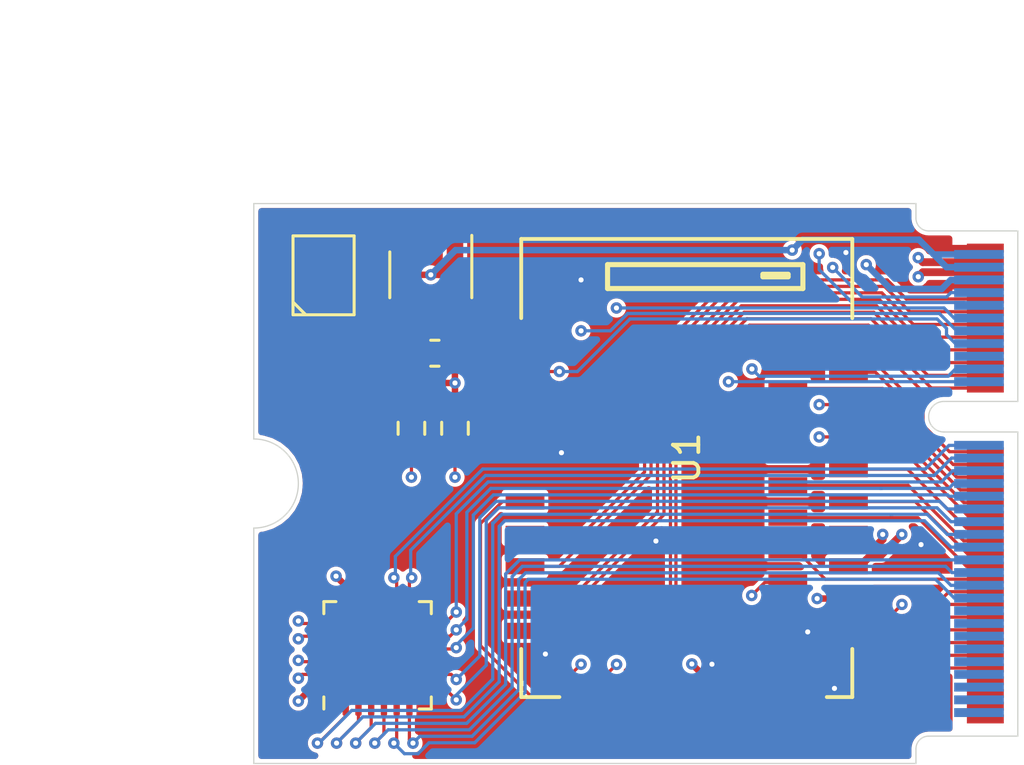
<source format=kicad_pcb>
(kicad_pcb (version 20171130) (host pcbnew 5.1.8-1)
  (layers (0 F.Cu signal) (1 In1.Cu signal) (2 In2.Cu signal) (31 B.Cu signal) (34 B.Paste user hide) (35 F.Paste user hide) (36 B.SilkS user hide) (37 F.SilkS user) (38 B.Mask user) (39 F.Mask user) (44 Edge.Cuts user))
  (net 0 "")
  (net 1 +3V3)
  (net 2 GND)
  (net 3 USB_VBUS)
  (net 4 /UART_TX)
  (net 5 /UART_RX)
  (net 6 "Net-(U2-Pad4)")
  (net 7 /A2)
  (net 8 /A3)
  (net 9 /A1)
  (net 10 /A4)
  (net 11 /A0)
  (net 12 /A5)
  (net 13 /A7)
  (net 14 /A6)
  (net 15 "Net-(J1-Pad75)")
  (net 16 "Net-(J1-Pad74)")
  (net 17 "Net-(J1-Pad73)")
  (net 18 "Net-(J1-Pad72)")
  (net 19 "Net-(J1-Pad71)")
  (net 20 "Net-(J1-Pad70)")
  (net 21 "Net-(J1-Pad69)")
  (net 22 "Net-(J1-Pad68)")
  (net 23 "Net-(J1-Pad66)")
  (net 24 "Net-(J1-Pad64)")
  (net 25 "Net-(J1-Pad62)")
  (net 26 "Net-(J1-Pad60)")
  (net 27 "Net-(J1-Pad58)")
  (net 28 /I2C0_SDA)
  (net 29 /I2C0_SCL)
  (net 30 /SWDCLK)
  (net 31 /SWDIO)
  (net 32 /USB_D+)
  (net 33 /USB_D-)
  (net 34 "Net-(U3-Pad21)")
  (net 35 /AUX12)
  (net 36 /AUX11)
  (net 37 /AUX10)
  (net 38 /AUX9)
  (net 39 /AUX8)
  (net 40 /AUX7)
  (net 41 /AUX6)
  (net 42 /AUX5)
  (net 43 /AUX4)
  (net 44 /AUX3)
  (net 45 /AUX2)
  (net 46 /AUX1)
  (net 47 /AUX0)
  (net 48 /D15)
  (net 49 /D14)
  (net 50 /D13)
  (net 51 /D12)
  (net 52 /D11)
  (net 53 /D10)
  (net 54 /D9)
  (net 55 /D8)
  (net 56 /D7)
  (net 57 /D6)
  (net 58 /D5)
  (net 59 /D4)
  (net 60 /D3)
  (net 61 /D2)
  (net 62 /D1)
  (net 63 /D0)
  (net 64 /LED_G_K)
  (net 65 /LED_B_K)
  (net 66 /LED_R_K)
  (net 67 "Net-(J1-Pad18)")
  (net 68 /D16)
  (net 69 /D17)
  (net 70 "/VDDH(NC)")
  (net 71 "/DCCH(NC)")
  (net 72 /~I2C0_RST)
  (net 73 /~GPIO_INT)
  (module E73-2G4M08S1C:E73-2G4M08S1C (layer F.Cu) (at 147 99.5)
    (fp_text reference U1 (at 0 -0.5 90) (layer F.SilkS))
    (fp_text value E73-2G4M08S1C)
    (pad 26 smd rect (at 6.35 6.29) (size 1.524 0.635) (layers F.Cu F.Paste F.Mask) (net 4 /UART_TX))
    (pad 27 smd rect (at 6.35 5.02) (size 1.524 0.635) (layers F.Cu F.Paste F.Mask) (net 3 USB_VBUS))
    (pad 29 smd rect (at 6.35 3.75) (size 1.524 0.635) (layers F.Cu F.Paste F.Mask) (net 33 /USB_D-))
    (pad 31 smd rect (at 6.35 2.48) (size 1.524 0.635) (layers F.Cu F.Paste F.Mask) (net 32 /USB_D+))
    (pad 33 smd rect (at 6.35 1.21) (size 1.524 0.635) (layers F.Cu F.Paste F.Mask) (net 55 /D8))
    (pad 35 smd rect (at 6.35 -0.06) (size 1.524 0.635) (layers F.Cu F.Paste F.Mask) (net 57 /D6))
    (pad 37 smd rect (at 6.35 -1.33) (size 1.524 0.635) (layers F.Cu F.Paste F.Mask) (net 31 /SWDIO))
    (pad 39 smd rect (at 6.35 -2.6) (size 1.524 0.635) (layers F.Cu F.Paste F.Mask) (net 30 /SWDCLK))
    (pad 43 smd rect (at 6.35 -5.14) (size 1.524 0.635) (layers F.Cu F.Paste F.Mask) (net 63 /D0))
    (pad 41 smd rect (at 6.35 -3.87) (size 1.524 0.635) (layers F.Cu F.Paste F.Mask) (net 61 /D2))
    (pad 10 smd rect (at -6.35 6.29) (size 1.524 0.635) (layers F.Cu F.Paste F.Mask) (net 12 /A5))
    (pad 9 smd rect (at -6.35 5.02) (size 1.524 0.635) (layers F.Cu F.Paste F.Mask) (net 10 /A4))
    (pad 6 smd rect (at -6.35 1.21) (size 1.524 0.635) (layers F.Cu F.Paste F.Mask) (net 69 /D17))
    (pad 8 smd rect (at -6.35 3.75) (size 1.524 0.635) (layers F.Cu F.Paste F.Mask) (net 8 /A3))
    (pad 7 smd rect (at -6.35 2.48) (size 1.524 0.635) (layers F.Cu F.Paste F.Mask) (net 7 /A2))
    (pad 5 smd rect (at -6.35 -0.06) (size 1.524 0.635) (layers F.Cu F.Paste F.Mask) (net 2 GND))
    (pad 4 smd rect (at -6.35 -1.33) (size 1.524 0.635) (layers F.Cu F.Paste F.Mask) (net 9 /A1))
    (pad 3 smd rect (at -6.35 -2.6) (size 1.524 0.635) (layers F.Cu F.Paste F.Mask) (net 11 /A0))
    (pad 1 smd rect (at -6.35 -5.14) (size 1.524 0.635) (layers F.Cu F.Paste F.Mask) (net 73 /~GPIO_INT))
    (pad 2 smd rect (at -6.35 -3.87) (size 1.524 0.635) (layers F.Cu F.Paste F.Mask) (net 72 /~I2C0_RST))
    (pad 11 smd rect (at -4.44 8.75 90) (size 1.524 0.635) (layers F.Cu F.Paste F.Mask) (net 28 /I2C0_SDA))
    (pad 13 smd rect (at -3.17 8.75 90) (size 1.524 0.635) (layers F.Cu F.Paste F.Mask) (net 29 /I2C0_SCL))
    (pad 15 smd rect (at -1.9 8.75 90) (size 1.524 0.635) (layers F.Cu F.Paste F.Mask) (net 14 /A6))
    (pad 17 smd rect (at -0.63 8.75 90) (size 1.524 0.635) (layers F.Cu F.Paste F.Mask) (net 50 /D13))
    (pad 19 smd rect (at 0.64 8.75 90) (size 1.524 0.635) (layers F.Cu F.Paste F.Mask) (net 1 +3V3))
    (pad 21 smd rect (at 1.91 8.75 90) (size 1.524 0.635) (layers F.Cu F.Paste F.Mask) (net 2 GND))
    (pad 23 smd rect (at 3.18 8.75 90) (size 1.524 0.635) (layers F.Cu F.Paste F.Mask) (net 70 "/VDDH(NC)"))
    (pad 25 smd rect (at 4.45 8.75 90) (size 1.524 0.635) (layers F.Cu F.Paste F.Mask) (net 71 "/DCCH(NC)"))
    (pad 12 smd rect (at -3.81 6.33 90) (size 1.524 0.635) (layers F.Cu F.Paste F.Mask) (net 68 /D16))
    (pad 14 smd rect (at -2.54 6.33 90) (size 1.524 0.635) (layers F.Cu F.Paste F.Mask) (net 48 /D15))
    (pad 16 smd rect (at -1.27 6.33 90) (size 1.524 0.635) (layers F.Cu F.Paste F.Mask) (net 49 /D14))
    (pad 18 smd rect (at 0 6.33 90) (size 1.524 0.635) (layers F.Cu F.Paste F.Mask) (net 13 /A7))
    (pad 20 smd rect (at 1.27 6.33 90) (size 1.524 0.635) (layers F.Cu F.Paste F.Mask) (net 51 /D12))
    (pad 22 smd rect (at 2.54 6.33 90) (size 1.524 0.635) (layers F.Cu F.Paste F.Mask) (net 52 /D11))
    (pad 24 smd rect (at 3.81 6.33 90) (size 1.524 0.635) (layers F.Cu F.Paste F.Mask) (net 2 GND))
    (pad 28 smd rect (at 3.969 4.385 180) (size 1.524 0.635) (layers F.Cu F.Paste F.Mask) (net 5 /UART_RX))
    (pad 30 smd rect (at 3.969 3.115 180) (size 1.524 0.635) (layers F.Cu F.Paste F.Mask) (net 53 /D10))
    (pad 32 smd rect (at 3.969 1.845 180) (size 1.524 0.635) (layers F.Cu F.Paste F.Mask) (net 54 /D9))
    (pad 34 smd rect (at 3.969 0.575 180) (size 1.524 0.635) (layers F.Cu F.Paste F.Mask) (net 56 /D7))
    (pad 36 smd rect (at 3.969 -0.695 180) (size 1.524 0.635) (layers F.Cu F.Paste F.Mask) (net 58 /D5))
    (pad 38 smd rect (at 3.969 -1.965 180) (size 1.524 0.635) (layers F.Cu F.Paste F.Mask) (net 59 /D4))
    (pad 40 smd rect (at 3.969 -3.235 180) (size 1.524 0.635) (layers F.Cu F.Paste F.Mask) (net 60 /D3))
    (pad 42 smd rect (at 3.969 -4.505 180) (size 1.524 0.635) (layers F.Cu F.Paste F.Mask) (net 62 /D1))
  )
  (module kicad-ngff:NGFF_E (layer F.Cu) (at 160 100 90)
    (fp_text reference J1 hide)
    (fp_text value PassingLink_NGFF-E)
    (fp_line (start -11 -4) (end -10.425 -4) (layer Edge.Cuts) (width 0.05))
    (fp_line (start -9.925 -3.5) (end -9.925 0) (layer Edge.Cuts) (width 0.05))
    (fp_line (start -9.925 0) (end 0 0) (layer Edge.Cuts) (width 0.05))
    (fp_line (start 0 0) (end 2.025 0) (layer Edge.Cuts) (width 0.05))
    (fp_line (start 2.025 0) (end 2.025 -2.9) (layer Edge.Cuts) (width 0.05))
    (fp_line (start 3.225 -2.9) (end 3.225 0) (layer Edge.Cuts) (width 0.05))
    (fp_line (start 3.225 0) (end 9.925 0) (layer Edge.Cuts) (width 0.05))
    (fp_line (start 9.925 0) (end 9.925 -3.5) (layer Edge.Cuts) (width 0.05))
    (fp_line (start 10.425 -4) (end 11 -4) (layer Edge.Cuts) (width 0.05))
    (fp_arc (start 10.425 -3.5) (end 9.925 -3.5) (angle 90) (layer Edge.Cuts) (width 0.05))
    (fp_arc (start 2.625 -2.9) (end 2.025 -2.9) (angle 180) (layer Edge.Cuts) (width 0.05))
    (fp_arc (start -10.425 -3.5) (end -10.425 -4) (angle 90) (layer Edge.Cuts) (width 0.05))
    (pad 75 smd rect (at -9.25 -1.275 90) (size 0.35 1.45) (layers F.Cu) (net 15 "Net-(J1-Pad75)"))
    (pad 74 smd rect (at -9 -1.525 90) (size 0.35 1.95) (layers B.Cu) (net 16 "Net-(J1-Pad74)"))
    (pad 73 smd rect (at -8.75 -1.275 90) (size 0.35 1.45) (layers F.Cu) (net 17 "Net-(J1-Pad73)"))
    (pad 72 smd rect (at -8.5 -1.525 90) (size 0.35 1.95) (layers B.Cu) (net 18 "Net-(J1-Pad72)"))
    (pad 71 smd rect (at -8.25 -1.275 90) (size 0.35 1.45) (layers F.Cu) (net 19 "Net-(J1-Pad71)"))
    (pad 70 smd rect (at -8 -1.525 90) (size 0.35 1.95) (layers B.Cu) (net 20 "Net-(J1-Pad70)"))
    (pad 69 smd rect (at -7.75 -1.275 90) (size 0.35 1.45) (layers F.Cu) (net 21 "Net-(J1-Pad69)"))
    (pad 68 smd rect (at -7.5 -1.525 90) (size 0.35 1.95) (layers B.Cu) (net 22 "Net-(J1-Pad68)"))
    (pad 67 smd rect (at -7.25 -1.275 90) (size 0.35 1.45) (layers F.Cu) (net 69 /D17))
    (pad 66 smd rect (at -7 -1.525 90) (size 0.35 1.95) (layers B.Cu) (net 23 "Net-(J1-Pad66)"))
    (pad 65 smd rect (at -6.75 -1.275 90) (size 0.35 1.45) (layers F.Cu) (net 68 /D16))
    (pad 64 smd rect (at -6.5 -1.525 90) (size 0.35 1.95) (layers B.Cu) (net 24 "Net-(J1-Pad64)"))
    (pad 63 smd rect (at -6.25 -1.275 90) (size 0.35 1.45) (layers F.Cu) (net 48 /D15))
    (pad 62 smd rect (at -6 -1.525 90) (size 0.35 1.95) (layers B.Cu) (net 25 "Net-(J1-Pad62)"))
    (pad 61 smd rect (at -5.75 -1.275 90) (size 0.35 1.45) (layers F.Cu) (net 49 /D14))
    (pad 60 smd rect (at -5.5 -1.525 90) (size 0.35 1.95) (layers B.Cu) (net 26 "Net-(J1-Pad60)"))
    (pad 59 smd rect (at -5.25 -1.275 90) (size 0.35 1.45) (layers F.Cu) (net 50 /D13))
    (pad 58 smd rect (at -5 -1.525 90) (size 0.35 1.95) (layers B.Cu) (net 27 "Net-(J1-Pad58)"))
    (pad 57 smd rect (at -4.75 -1.275 90) (size 0.35 1.45) (layers F.Cu) (net 51 /D12))
    (pad 56 smd rect (at -4.5 -1.525 90) (size 0.35 1.95) (layers B.Cu) (net 47 /AUX0))
    (pad 55 smd rect (at -4.25 -1.275 90) (size 0.35 1.45) (layers F.Cu) (net 52 /D11))
    (pad 54 smd rect (at -4 -1.525 90) (size 0.35 1.95) (layers B.Cu) (net 46 /AUX1))
    (pad 53 smd rect (at -3.75 -1.275 90) (size 0.35 1.45) (layers F.Cu) (net 53 /D10))
    (pad 52 smd rect (at -3.5 -1.525 90) (size 0.35 1.95) (layers B.Cu) (net 36 /AUX11))
    (pad 51 smd rect (at -3.25 -1.275 90) (size 0.35 1.45) (layers F.Cu) (net 54 /D9))
    (pad 50 smd rect (at -3 -1.525 90) (size 0.35 1.95) (layers B.Cu) (net 37 /AUX10))
    (pad 49 smd rect (at -2.75 -1.275 90) (size 0.35 1.45) (layers F.Cu) (net 55 /D8))
    (pad 48 smd rect (at -2.5 -1.525 90) (size 0.35 1.95) (layers B.Cu) (net 38 /AUX9))
    (pad 47 smd rect (at -2.25 -1.275 90) (size 0.35 1.45) (layers F.Cu) (net 56 /D7))
    (pad 46 smd rect (at -2 -1.525 90) (size 0.35 1.95) (layers B.Cu) (net 39 /AUX8))
    (pad 45 smd rect (at -1.75 -1.275 90) (size 0.35 1.45) (layers F.Cu) (net 57 /D6))
    (pad 44 smd rect (at -1.5 -1.525 90) (size 0.35 1.95) (layers B.Cu) (net 45 /AUX2))
    (pad 43 smd rect (at -1.25 -1.275 90) (size 0.35 1.45) (layers F.Cu) (net 58 /D5))
    (pad 42 smd rect (at -1 -1.525 90) (size 0.35 1.95) (layers B.Cu) (net 44 /AUX3))
    (pad 41 smd rect (at -0.75 -1.275 90) (size 0.35 1.45) (layers F.Cu) (net 59 /D4))
    (pad 40 smd rect (at -0.5 -1.525 90) (size 0.35 1.95) (layers B.Cu) (net 43 /AUX4))
    (pad 39 smd rect (at -0.25 -1.275 90) (size 0.35 1.45) (layers F.Cu) (net 60 /D3))
    (pad 38 smd rect (at 0 -1.525 90) (size 0.35 1.95) (layers B.Cu) (net 42 /AUX5))
    (pad 37 smd rect (at 0.25 -1.275 90) (size 0.35 1.45) (layers F.Cu) (net 61 /D2))
    (pad 36 smd rect (at 0.5 -1.525 90) (size 0.35 1.95) (layers B.Cu) (net 41 /AUX6))
    (pad 35 smd rect (at 0.75 -1.275 90) (size 0.35 1.45) (layers F.Cu) (net 62 /D1))
    (pad 34 smd rect (at 1 -1.525 90) (size 0.35 1.95) (layers B.Cu) (net 40 /AUX7))
    (pad 33 smd rect (at 1.25 -1.275 90) (size 0.35 1.45) (layers F.Cu) (net 63 /D0))
    (pad 32 smd rect (at 1.5 -1.525 90) (size 0.35 1.95) (layers B.Cu) (net 35 /AUX12))
    (pad 23 smd rect (at 3.75 -1.275 90) (size 0.35 1.45) (layers F.Cu) (net 13 /A7))
    (pad 22 smd rect (at 4 -1.525 90) (size 0.35 1.95) (layers B.Cu) (net 5 /UART_RX))
    (pad 21 smd rect (at 4.25 -1.275 90) (size 0.35 1.45) (layers F.Cu) (net 14 /A6))
    (pad 20 smd rect (at 4.5 -1.525 90) (size 0.35 1.95) (layers B.Cu) (net 4 /UART_TX))
    (pad 19 smd rect (at 4.75 -1.275 90) (size 0.35 1.45) (layers F.Cu) (net 12 /A5))
    (pad 18 smd rect (at 5 -1.525 90) (size 0.35 1.95) (layers B.Cu) (net 67 "Net-(J1-Pad18)"))
    (pad 17 smd rect (at 5.25 -1.275 90) (size 0.35 1.45) (layers F.Cu) (net 10 /A4))
    (pad 16 smd rect (at 5.5 -1.525 90) (size 0.35 1.95) (layers B.Cu) (net 72 /~I2C0_RST))
    (pad 15 smd rect (at 5.75 -1.275 90) (size 0.35 1.45) (layers F.Cu) (net 8 /A3))
    (pad 14 smd rect (at 6 -1.525 90) (size 0.35 1.95) (layers B.Cu) (net 28 /I2C0_SDA))
    (pad 13 smd rect (at 6.25 -1.275 90) (size 0.35 1.45) (layers F.Cu) (net 7 /A2))
    (pad 12 smd rect (at 6.5 -1.525 90) (size 0.35 1.95) (layers B.Cu) (net 29 /I2C0_SCL))
    (pad 11 smd rect (at 6.75 -1.275 90) (size 0.35 1.45) (layers F.Cu) (net 9 /A1))
    (pad 10 smd rect (at 7 -1.525 90) (size 0.35 1.95) (layers B.Cu) (net 30 /SWDCLK))
    (pad 9 smd rect (at 7.25 -1.275 90) (size 0.35 1.45) (layers F.Cu) (net 11 /A0))
    (pad 8 smd rect (at 7.5 -1.525 90) (size 0.35 1.95) (layers B.Cu) (net 31 /SWDIO))
    (pad 7 smd rect (at 7.75 -1.275 90) (size 0.35 1.45) (layers F.Cu) (net 2 GND))
    (pad 6 smd rect (at 8 -1.525 90) (size 0.35 1.95) (layers B.Cu) (net 1 +3V3))
    (pad 5 smd rect (at 8.25 -1.275 90) (size 0.35 1.45) (layers F.Cu) (net 33 /USB_D-))
    (pad 4 smd rect (at 8.5 -1.525 90) (size 0.35 1.95) (layers B.Cu) (net 3 USB_VBUS))
    (pad 3 smd rect (at 8.75 -1.275 90) (size 0.35 1.45) (layers F.Cu) (net 32 /USB_D+))
    (pad 2 smd rect (at 9 -1.525 90) (size 0.35 1.95) (layers B.Cu) (net 3 USB_VBUS))
    (pad 1 smd rect (at 9.25 -1.275 90) (size 0.35 1.45) (layers F.Cu) (net 2 GND))
  )
  (module Package_DFN_QFN:QFN-24-1EP_4x4mm_P0.5mm_EP2.7x2.7mm (layer F.Cu) (at 134.86 106.75 90)
    (fp_text reference U3 hide)
    (fp_text value AW9523BTQR)
    (pad 25 smd rect (at 0 0 90) (size 2.7 2.7) (layers F.Cu F.Mask))
    (pad 24 smd roundrect (at -1.25 -1.9625 90) (size 0.25 0.825) (layers F.Cu F.Paste F.Mask) (net 1 +3V3))
    (pad 23 smd roundrect (at -0.75 -1.9625 90) (size 0.25 0.825) (layers F.Cu F.Paste F.Mask) (net 72 /~I2C0_RST))
    (pad 22 smd roundrect (at -0.25 -1.9625 90) (size 0.25 0.825) (layers F.Cu F.Paste F.Mask) (net 73 /~GPIO_INT))
    (pad 21 smd roundrect (at 0.25 -1.9625 90) (size 0.25 0.825) (layers F.Cu F.Paste F.Mask) (net 34 "Net-(U3-Pad21)"))
    (pad 20 smd roundrect (at 0.75 -1.9625 90) (size 0.25 0.825) (layers F.Cu F.Paste F.Mask) (net 28 /I2C0_SDA))
    (pad 19 smd roundrect (at 1.25 -1.9625 90) (size 0.25 0.825) (layers F.Cu F.Paste F.Mask) (net 29 /I2C0_SCL))
    (pad 18 smd roundrect (at 1.9625 -1.25 90) (size 0.825 0.25) (layers F.Cu F.Paste F.Mask) (net 1 +3V3))
    (pad 17 smd roundrect (at 1.9625 -0.75 90) (size 0.825 0.25) (layers F.Cu F.Paste F.Mask) (net 65 /LED_B_K))
    (pad 16 smd roundrect (at 1.9625 -0.25 90) (size 0.825 0.25) (layers F.Cu F.Paste F.Mask) (net 64 /LED_G_K))
    (pad 15 smd roundrect (at 1.9625 0.25 90) (size 0.825 0.25) (layers F.Cu F.Paste F.Mask) (net 66 /LED_R_K))
    (pad 14 smd roundrect (at 1.9625 0.75 90) (size 0.825 0.25) (layers F.Cu F.Paste F.Mask) (net 35 /AUX12))
    (pad 13 smd roundrect (at 1.9625 1.25 90) (size 0.825 0.25) (layers F.Cu F.Paste F.Mask) (net 40 /AUX7))
    (pad 12 smd roundrect (at 1.25 1.9625 90) (size 0.25 0.825) (layers F.Cu F.Paste F.Mask) (net 41 /AUX6))
    (pad 11 smd roundrect (at 0.75 1.9625 90) (size 0.25 0.825) (layers F.Cu F.Paste F.Mask) (net 42 /AUX5))
    (pad 10 smd roundrect (at 0.25 1.9625 90) (size 0.25 0.825) (layers F.Cu F.Paste F.Mask) (net 43 /AUX4))
    (pad 9 smd roundrect (at -0.25 1.9625 90) (size 0.25 0.825) (layers F.Cu F.Paste F.Mask) (net 2 GND))
    (pad 8 smd roundrect (at -0.75 1.9625 90) (size 0.25 0.825) (layers F.Cu F.Paste F.Mask) (net 44 /AUX3))
    (pad 7 smd roundrect (at -1.25 1.9625 90) (size 0.25 0.825) (layers F.Cu F.Paste F.Mask) (net 45 /AUX2))
    (pad 6 smd roundrect (at -1.9625 1.25 90) (size 0.825 0.25) (layers F.Cu F.Paste F.Mask) (net 46 /AUX1))
    (pad 5 smd roundrect (at -1.9625 0.75 90) (size 0.825 0.25) (layers F.Cu F.Paste F.Mask) (net 47 /AUX0))
    (pad 4 smd roundrect (at -1.9625 0.25 90) (size 0.825 0.25) (layers F.Cu F.Paste F.Mask) (net 36 /AUX11))
    (pad 3 smd roundrect (at -1.9625 -0.25 90) (size 0.825 0.25) (layers F.Cu F.Paste F.Mask) (net 37 /AUX10))
    (pad 2 smd roundrect (at -1.9625 -0.75 90) (size 0.825 0.25) (layers F.Cu F.Paste F.Mask) (net 38 /AUX9))
    (pad 1 smd roundrect (at -1.9625 -1.25 90) (size 0.825 0.25) (layers F.Cu F.Paste F.Mask) (net 39 /AUX8))
  )
  (module Resistor_SMD:R_0603_1608Metric (layer F.Cu) (at 137.9 97.83 270)
    (fp_text reference R2 hide)
    (fp_text value 10K)
    (pad 2 smd roundrect (at 0.825 0 270) (size 0.8 0.95) (layers F.Cu F.Paste F.Mask) (net 72 /~I2C0_RST))
    (pad 1 smd roundrect (at -0.825 0 270) (size 0.8 0.95) (layers F.Cu F.Paste F.Mask) (net 1 +3V3))
  )
  (module Resistor_SMD:R_0603_1608Metric (layer F.Cu) (at 136.19 97.83 270)
    (fp_text reference R1 hide)
    (fp_text value 10K)
    (pad 2 smd roundrect (at 0.825 0 270) (size 0.8 0.95) (layers F.Cu F.Paste F.Mask) (net 73 /~GPIO_INT))
    (pad 1 smd roundrect (at -0.825 0 270) (size 0.8 0.95) (layers F.Cu F.Paste F.Mask) (net 1 +3V3))
  )
  (module fm-b2020rgba-hg:FM-B2020RGBA-HG (layer F.Cu) (at 132.74 91.82 270)
    (fp_text reference D1 hide)
    (fp_text value FM-B2020RGBA-HG)
    (pad 4 smd rect (at 0.85 -0.55 270) (size 0.8 0.7) (layers F.Cu F.Paste F.Mask) (net 64 /LED_G_K))
    (pad 3 smd rect (at -0.85 -0.55 270) (size 0.8 0.7) (layers F.Cu F.Paste F.Mask) (net 1 +3V3))
    (pad 2 smd rect (at -0.85 0.55 270) (size 0.8 0.7) (layers F.Cu F.Paste F.Mask) (net 65 /LED_B_K))
    (pad 1 smd rect (at 0.85 0.55 270) (size 0.8 0.7) (layers F.Cu F.Paste F.Mask) (net 66 /LED_R_K))
  )
  (module Package_TO_SOT_SMD:SOT-23-5 (layer F.Cu) (at 136.95 91.8 270)
    (fp_text reference U2 hide)
    (fp_text value MIC5219-3.3YM5)
    (pad 5 smd rect (at 1.1 -0.95 270) (size 1.06 0.65) (layers F.Cu F.Paste F.Mask) (net 1 +3V3))
    (pad 4 smd rect (at 1.1 0.95 270) (size 1.06 0.65) (layers F.Cu F.Paste F.Mask) (net 6 "Net-(U2-Pad4)"))
    (pad 3 smd rect (at -1.1 0.95 270) (size 1.06 0.65) (layers F.Cu F.Paste F.Mask) (net 3 USB_VBUS))
    (pad 2 smd rect (at -1.1 0 270) (size 1.06 0.65) (layers F.Cu F.Paste F.Mask) (net 2 GND))
    (pad 1 smd rect (at -1.1 -0.95 270) (size 1.06 0.65) (layers F.Cu F.Paste F.Mask) (net 3 USB_VBUS))
  )
  (module Capacitor_SMD:C_0603_1608Metric (layer F.Cu) (at 137.11 94.88 180)
    (fp_text reference C1 hide)
    (fp_text value 1uF)
    (pad 2 smd roundrect (at 0.7875 0 180) (size 0.875 0.95) (layers F.Cu F.Paste F.Mask) (net 2 GND))
    (pad 1 smd roundrect (at -0.7875 0 180) (size 0.875 0.95) (layers F.Cu F.Paste F.Mask) (net 1 +3V3))
  )
  (gr_arc (start 130 100) (end 130 101.75) (angle -180) (layer Edge.Cuts) (width 0.05))
  (gr_line (start 130 101.75) (end 130 111) (layer Edge.Cuts) (width 0.05))
  (gr_line (start 130 89) (end 130 98.25) (layer Edge.Cuts) (width 0.05))
  (gr_line (start 130 111) (end 156 111) (layer Edge.Cuts) (width 0.05))
  (gr_line (start 156 89) (end 130 89) (layer Edge.Cuts) (width 0.05))
  (via (at 147.2 107.09) (size 0.45) (drill 0.2) (layers F.Cu B.Cu) (net 1))
  (segment (start 147.64 108.25) (end 147.64 107.53) (width 0.254) (layer F.Cu) (net 1))
  (segment (start 147.64 107.53) (end 147.2 107.09) (width 0.254) (layer F.Cu) (net 1))
  (segment (start 136.19 97.005) (end 137.9 97.005) (width 0.254) (layer F.Cu) (net 1))
  (segment (start 137.9 94.8775) (end 137.8975 94.88) (width 0.254) (layer F.Cu) (net 1))
  (segment (start 137.9 92.9) (end 137.9 94.8775) (width 0.254) (layer F.Cu) (net 1))
  (via (at 137.9 96.05) (size 0.45) (drill 0.2) (layers F.Cu B.Cu) (net 1))
  (segment (start 137.8975 94.88) (end 137.8975 96.0475) (width 0.254) (layer F.Cu) (net 1))
  (segment (start 137.8975 96.0475) (end 137.9 96.05) (width 0.254) (layer F.Cu) (net 1))
  (segment (start 137.9 96.05) (end 137.9 97.005) (width 0.254) (layer F.Cu) (net 1))
  (segment (start 137.9 96.05) (end 135.55 96.05) (width 0.254) (layer F.Cu) (net 1))
  (segment (start 135.55 96.05) (end 134.13 94.63) (width 0.254) (layer F.Cu) (net 1))
  (segment (start 134.13 91.81) (end 133.29 90.97) (width 0.254) (layer F.Cu) (net 1))
  (segment (start 134.13 94.63) (end 134.13 91.81) (width 0.254) (layer F.Cu) (net 1))
  (via (at 154.05 91.4) (size 0.45) (drill 0.2) (layers F.Cu B.Cu) (net 1))
  (segment (start 157.013797 92.354001) (end 157.367798 92) (width 0.254) (layer B.Cu) (net 1))
  (segment (start 155.004001 92.354001) (end 157.013797 92.354001) (width 0.254) (layer B.Cu) (net 1))
  (segment (start 157.367798 92) (end 158.475 92) (width 0.254) (layer B.Cu) (net 1))
  (segment (start 154.05 91.4) (end 155.004001 92.354001) (width 0.254) (layer B.Cu) (net 1))
  (via (at 133.23 103.64) (size 0.45) (drill 0.2) (layers F.Cu B.Cu) (net 1))
  (segment (start 133.61 104.7875) (end 133.61 104.02) (width 0.254) (layer F.Cu) (net 1))
  (segment (start 133.61 104.02) (end 133.23 103.64) (width 0.254) (layer F.Cu) (net 1))
  (via (at 131.75 108.55) (size 0.45) (drill 0.2) (layers F.Cu B.Cu) (net 1))
  (segment (start 132.8975 108) (end 132.3 108) (width 0.254) (layer F.Cu) (net 1))
  (segment (start 132.3 108) (end 131.75 108.55) (width 0.254) (layer F.Cu) (net 1))
  (via (at 142.08 98.79) (size 0.45) (drill 0.2) (layers F.Cu B.Cu) (net 2))
  (segment (start 148.91 108.25) (end 148.91 107.983298) (width 0.254) (layer F.Cu) (net 2))
  (via (at 147.99 107.1) (size 0.45) (drill 0.2) (layers F.Cu B.Cu) (net 2))
  (segment (start 148.91 108.25) (end 148.91 108.02) (width 0.254) (layer F.Cu) (net 2))
  (segment (start 148.91 108.02) (end 147.99 107.1) (width 0.254) (layer F.Cu) (net 2))
  (via (at 152.8 108.05) (size 0.45) (drill 0.2) (layers F.Cu B.Cu) (net 2))
  (via (at 156.2 102.4) (size 0.45) (drill 0.2) (layers F.Cu B.Cu) (net 2))
  (via (at 141.45 106.7) (size 0.45) (drill 0.2) (layers F.Cu B.Cu) (net 2))
  (segment (start 158.707499 90.732499) (end 158.725 90.75) (width 0.254) (layer F.Cu) (net 2))
  (segment (start 158.725 90.75) (end 157.29 90.75) (width 0.254) (layer F.Cu) (net 2))
  (segment (start 156.423922 92.25) (end 156.319921 92.354001) (width 0.254) (layer F.Cu) (net 2))
  (segment (start 158.725 92.25) (end 156.423922 92.25) (width 0.254) (layer F.Cu) (net 2))
  (segment (start 155.860079 92.354001) (end 155.36 91.853922) (width 0.254) (layer F.Cu) (net 2))
  (segment (start 156.319921 92.354001) (end 155.860079 92.354001) (width 0.254) (layer F.Cu) (net 2))
  (via (at 151.75 105.83) (size 0.45) (drill 0.2) (layers F.Cu B.Cu) (net 2))
  (segment (start 150.81 105.83) (end 151.75 105.83) (width 0.254) (layer F.Cu) (net 2))
  (via (at 142.85 92) (size 0.45) (drill 0.2) (layers F.Cu B.Cu) (net 2))
  (via (at 153.25 90.925) (size 0.45) (drill 0.2) (layers F.Cu B.Cu) (net 2))
  (via (at 145.79 102.26) (size 0.45) (drill 0.2) (layers F.Cu B.Cu) (net 2))
  (via (at 136.95 91.8) (size 0.45) (drill 0.2) (layers F.Cu B.Cu) (net 3))
  (segment (start 136.316 91.8) (end 136.95 91.8) (width 0.254) (layer F.Cu) (net 3))
  (segment (start 136 91.484) (end 136.316 91.8) (width 0.254) (layer F.Cu) (net 3))
  (segment (start 136 90.7) (end 136 91.484) (width 0.254) (layer F.Cu) (net 3))
  (segment (start 137.9 91.168198) (end 137.9 90.7) (width 0.254) (layer F.Cu) (net 3))
  (segment (start 137.268198 91.8) (end 137.9 91.168198) (width 0.254) (layer F.Cu) (net 3))
  (segment (start 136.95 91.8) (end 137.268198 91.8) (width 0.254) (layer F.Cu) (net 3))
  (segment (start 136.95 91.8) (end 136.95 91.87) (width 0.254) (layer B.Cu) (net 3))
  (via (at 152.12 104.52) (size 0.45) (drill 0.2) (layers F.Cu B.Cu) (net 3))
  (segment (start 153.35 104.52) (end 152.12 104.52) (width 0.254) (layer F.Cu) (net 3))
  (via (at 151.14 90.83) (size 0.45) (drill 0.2) (layers F.Cu B.Cu) (net 3))
  (segment (start 158.475 91) (end 156.7 91) (width 0.254) (layer B.Cu) (net 3))
  (segment (start 157.2 91.5) (end 156.7 91) (width 0.254) (layer B.Cu) (net 3))
  (segment (start 158.475 91.5) (end 157.2 91.5) (width 0.254) (layer B.Cu) (net 3))
  (segment (start 156.12 90.42) (end 156.7 91) (width 0.254) (layer B.Cu) (net 3))
  (segment (start 137.92 90.83) (end 151.14 90.83) (width 0.254) (layer B.Cu) (net 3))
  (segment (start 136.95 91.8) (end 137.92 90.83) (width 0.254) (layer B.Cu) (net 3))
  (segment (start 151.55 90.42) (end 156.12 90.42) (width 0.254) (layer B.Cu) (net 3))
  (segment (start 151.14 90.83) (end 151.55 90.42) (width 0.254) (layer B.Cu) (net 3))
  (via (at 149.56 95.5) (size 0.45) (drill 0.2) (layers F.Cu B.Cu) (net 4))
  (via (at 155.45 104.75) (size 0.45) (drill 0.2) (layers F.Cu B.Cu) (net 4))
  (segment (start 153.35 105.79) (end 154.41 105.79) (width 0.127) (layer F.Cu) (net 4))
  (segment (start 154.41 105.79) (end 155.45 104.75) (width 0.127) (layer F.Cu) (net 4))
  (segment (start 157.266588 95.78409) (end 149.84409 95.78409) (width 0.127) (layer B.Cu) (net 4))
  (segment (start 149.84409 95.78409) (end 149.56 95.5) (width 0.127) (layer B.Cu) (net 4))
  (segment (start 158.475 95.5) (end 157.550678 95.5) (width 0.127) (layer B.Cu) (net 4))
  (segment (start 157.550678 95.5) (end 157.266588 95.78409) (width 0.127) (layer B.Cu) (net 4))
  (via (at 149.55 104.4) (size 0.45) (drill 0.2) (layers F.Cu B.Cu) (net 5))
  (segment (start 150.969 103.885) (end 150.065 103.885) (width 0.127) (layer F.Cu) (net 5))
  (segment (start 150.065 103.885) (end 149.55 104.4) (width 0.127) (layer F.Cu) (net 5))
  (via (at 148.64 96) (size 0.45) (drill 0.2) (layers F.Cu B.Cu) (net 5))
  (segment (start 148.64 96) (end 158.475 96) (width 0.127) (layer B.Cu) (net 5))
  (segment (start 140.65 101.98) (end 140.78 101.98) (width 0.127) (layer F.Cu) (net 7))
  (segment (start 148.939144 92.50802) (end 154.659573 92.508021) (width 0.127) (layer F.Cu) (net 7))
  (segment (start 158.725 93.75) (end 158.61994 93.85506) (width 0.127) (layer F.Cu) (net 7))
  (segment (start 155.901552 93.75) (end 158.725 93.75) (width 0.127) (layer F.Cu) (net 7))
  (segment (start 154.659573 92.508021) (end 155.901552 93.75) (width 0.127) (layer F.Cu) (net 7))
  (segment (start 140.65 101.98) (end 142.910776 101.98) (width 0.127) (layer F.Cu) (net 7))
  (segment (start 145.343963 99.546813) (end 145.343964 96.1032) (width 0.127) (layer F.Cu) (net 7))
  (segment (start 142.910776 101.98) (end 145.343963 99.546813) (width 0.127) (layer F.Cu) (net 7))
  (segment (start 145.343964 96.1032) (end 148.939144 92.50802) (width 0.127) (layer F.Cu) (net 7))
  (segment (start 154.554358 92.76203) (end 149.044358 92.76203) (width 0.127) (layer F.Cu) (net 8))
  (segment (start 154.554358 92.76203) (end 156.042328 94.25) (width 0.127) (layer F.Cu) (net 8))
  (segment (start 156.042328 94.25) (end 158.725 94.25) (width 0.127) (layer F.Cu) (net 8))
  (segment (start 145.597972 99.652028) (end 142 103.25) (width 0.127) (layer F.Cu) (net 8))
  (segment (start 142 103.25) (end 140.65 103.25) (width 0.127) (layer F.Cu) (net 8))
  (segment (start 145.597973 96.208415) (end 145.597972 99.652028) (width 0.127) (layer F.Cu) (net 8))
  (segment (start 149.044358 92.76203) (end 145.597973 96.208415) (width 0.127) (layer F.Cu) (net 8))
  (segment (start 154.764786 92.25401) (end 155.760776 93.25) (width 0.127) (layer F.Cu) (net 9))
  (segment (start 154.764784 92.254012) (end 154.764786 92.25401) (width 0.127) (layer F.Cu) (net 9))
  (segment (start 155.760776 93.25) (end 158.725 93.25) (width 0.127) (layer F.Cu) (net 9))
  (segment (start 148.765988 92.254012) (end 154.764784 92.254012) (width 0.127) (layer F.Cu) (net 9))
  (segment (start 144.579954 98.17) (end 145.089954 97.66) (width 0.127) (layer F.Cu) (net 9))
  (segment (start 140.65 98.17) (end 144.579954 98.17) (width 0.127) (layer F.Cu) (net 9))
  (segment (start 145.089954 97.66) (end 145.089954 95.930046) (width 0.127) (layer F.Cu) (net 9))
  (segment (start 145.089954 95.930046) (end 148.765988 92.254012) (width 0.127) (layer F.Cu) (net 9))
  (segment (start 149.149572 93.01604) (end 154.449144 93.01604) (width 0.127) (layer F.Cu) (net 10))
  (segment (start 154.449144 93.01604) (end 156.183104 94.75) (width 0.127) (layer F.Cu) (net 10))
  (segment (start 156.183104 94.75) (end 158.725 94.75) (width 0.127) (layer F.Cu) (net 10))
  (segment (start 142.449776 104.52) (end 145.851981 101.117795) (width 0.127) (layer F.Cu) (net 10))
  (segment (start 145.851981 101.117795) (end 145.851982 96.31363) (width 0.127) (layer F.Cu) (net 10))
  (segment (start 140.65 104.52) (end 142.449776 104.52) (width 0.127) (layer F.Cu) (net 10))
  (segment (start 145.851982 96.31363) (end 149.149572 93.01604) (width 0.127) (layer F.Cu) (net 10))
  (segment (start 155.62 92.75) (end 158.725 92.75) (width 0.127) (layer F.Cu) (net 11))
  (segment (start 154.869998 92.000002) (end 154.87 92) (width 0.127) (layer F.Cu) (net 11))
  (segment (start 154.87 92) (end 155.62 92.75) (width 0.127) (layer F.Cu) (net 11))
  (segment (start 148.660774 92.000002) (end 154.869998 92.000002) (width 0.127) (layer F.Cu) (net 11))
  (segment (start 144.41 96.9) (end 144.835944 96.474056) (width 0.127) (layer F.Cu) (net 11))
  (segment (start 144.835944 96.474056) (end 144.835945 95.824831) (width 0.127) (layer F.Cu) (net 11))
  (segment (start 144.835945 95.824831) (end 148.660774 92.000002) (width 0.127) (layer F.Cu) (net 11))
  (segment (start 140.65 96.9) (end 144.41 96.9) (width 0.127) (layer F.Cu) (net 11))
  (segment (start 156.32388 95.25) (end 158.725 95.25) (width 0.127) (layer F.Cu) (net 12))
  (segment (start 149.254786 93.27005) (end 154.34393 93.27005) (width 0.127) (layer F.Cu) (net 12))
  (segment (start 154.34393 93.27005) (end 156.32388 95.25) (width 0.127) (layer F.Cu) (net 12))
  (segment (start 140.65 105.79) (end 141.539 105.79) (width 0.127) (layer F.Cu) (net 12))
  (segment (start 146.10599 101.22301) (end 146.105991 96.418845) (width 0.127) (layer F.Cu) (net 12))
  (segment (start 141.539 105.79) (end 146.10599 101.22301) (width 0.127) (layer F.Cu) (net 12))
  (segment (start 146.105991 96.418845) (end 149.254786 93.27005) (width 0.127) (layer F.Cu) (net 12))
  (segment (start 156.605432 96.25) (end 154.133502 93.77807) (width 0.127) (layer F.Cu) (net 13))
  (segment (start 158.725 96.25) (end 156.605432 96.25) (width 0.127) (layer F.Cu) (net 13))
  (segment (start 154.133502 93.77807) (end 149.465214 93.77807) (width 0.127) (layer F.Cu) (net 13))
  (segment (start 146.57591 105.40591) (end 147 105.83) (width 0.127) (layer F.Cu) (net 13))
  (segment (start 146.57591 96.667374) (end 146.57591 105.40591) (width 0.127) (layer F.Cu) (net 13))
  (segment (start 149.465214 93.77807) (end 146.57591 96.667374) (width 0.127) (layer F.Cu) (net 13))
  (segment (start 154.238716 93.52406) (end 156.464656 95.75) (width 0.127) (layer F.Cu) (net 14))
  (segment (start 149.36 93.52406) (end 154.238716 93.52406) (width 0.127) (layer F.Cu) (net 14))
  (segment (start 156.464656 95.75) (end 158.725 95.75) (width 0.127) (layer F.Cu) (net 14))
  (segment (start 145.1 108.25) (end 145.1 107.882402) (width 0.127) (layer F.Cu) (net 14))
  (segment (start 145.1 107.882402) (end 146.36 106.622402) (width 0.127) (layer F.Cu) (net 14))
  (segment (start 146.36 106.622402) (end 146.36 96.52406) (width 0.127) (layer F.Cu) (net 14))
  (segment (start 146.36 96.52406) (end 149.36 93.52406) (width 0.127) (layer F.Cu) (net 14))
  (via (at 142.85 107.1) (size 0.45) (drill 0.2) (layers F.Cu B.Cu) (net 28))
  (segment (start 142.56 108.25) (end 142.56 107.39) (width 0.127) (layer F.Cu) (net 28))
  (segment (start 142.56 107.39) (end 142.85 107.1) (width 0.127) (layer F.Cu) (net 28))
  (via (at 131.75 106.1) (size 0.45) (drill 0.2) (layers F.Cu B.Cu) (net 28))
  (segment (start 131.85 106) (end 131.75 106.1) (width 0.127) (layer F.Cu) (net 28))
  (segment (start 132.8975 106) (end 131.85 106) (width 0.127) (layer F.Cu) (net 28))
  (via (at 142.85 94) (size 0.45) (drill 0.2) (layers F.Cu B.Cu) (net 28))
  (segment (start 158.475 94) (end 157.6 94) (width 0.127) (layer B.Cu) (net 28))
  (segment (start 157.6 94) (end 156.919241 93.319241) (width 0.127) (layer B.Cu) (net 28))
  (segment (start 156.919241 93.319241) (end 144.680759 93.319241) (width 0.127) (layer B.Cu) (net 28))
  (segment (start 144 94) (end 142.85 94) (width 0.127) (layer B.Cu) (net 28))
  (segment (start 144.680759 93.319241) (end 144 94) (width 0.127) (layer B.Cu) (net 28))
  (via (at 131.75 105.4) (size 0.45) (drill 0.2) (layers F.Cu B.Cu) (net 29))
  (via (at 144.245162 107.106809) (size 0.45) (drill 0.2) (layers F.Cu B.Cu) (net 29))
  (segment (start 143.83 108.25) (end 143.83 107.521971) (width 0.127) (layer F.Cu) (net 29))
  (segment (start 143.83 107.521971) (end 144.245162 107.106809) (width 0.127) (layer F.Cu) (net 29))
  (via (at 144.24 93.103331) (size 0.45) (drill 0.2) (layers F.Cu B.Cu) (net 29))
  (segment (start 131.85 105.5) (end 131.75 105.4) (width 0.127) (layer F.Cu) (net 29))
  (segment (start 132.8975 105.5) (end 131.85 105.5) (width 0.127) (layer F.Cu) (net 29))
  (segment (start 158.475 93.5) (end 157.5 93.5) (width 0.127) (layer B.Cu) (net 29))
  (segment (start 157.5 93.5) (end 157.103331 93.103331) (width 0.127) (layer B.Cu) (net 29))
  (segment (start 157.103331 93.103331) (end 144.24 93.103331) (width 0.127) (layer B.Cu) (net 29))
  (via (at 152.2 96.9) (size 0.45) (drill 0.2) (layers F.Cu B.Cu) (net 30))
  (segment (start 153.35 96.9) (end 152.2 96.9) (width 0.127) (layer F.Cu) (net 30))
  (via (at 152.2 90.97) (size 0.45) (drill 0.2) (layers F.Cu B.Cu) (net 30))
  (segment (start 152.2 90.97) (end 152.2 91.594942) (width 0.127) (layer B.Cu) (net 30))
  (segment (start 153.492479 92.887421) (end 152.2 91.594942) (width 0.127) (layer B.Cu) (net 30))
  (segment (start 158 93) (end 157.887421 92.887421) (width 0.127) (layer B.Cu) (net 30))
  (segment (start 158.475 93) (end 158 93) (width 0.127) (layer B.Cu) (net 30))
  (segment (start 157.887421 92.887421) (end 153.492479 92.887421) (width 0.127) (layer B.Cu) (net 30))
  (via (at 152.2 98.17) (size 0.45) (drill 0.2) (layers F.Cu B.Cu) (net 31))
  (segment (start 153.35 98.17) (end 152.2 98.17) (width 0.127) (layer F.Cu) (net 31))
  (via (at 152.73 91.51) (size 0.45) (drill 0.2) (layers F.Cu B.Cu) (net 31))
  (segment (start 157.373 92.5) (end 158.475 92.5) (width 0.127) (layer B.Cu) (net 31))
  (segment (start 157.201489 92.671511) (end 157.373 92.5) (width 0.127) (layer B.Cu) (net 31))
  (segment (start 153.891511 92.671511) (end 157.201489 92.671511) (width 0.127) (layer B.Cu) (net 31))
  (segment (start 152.73 91.51) (end 153.891511 92.671511) (width 0.127) (layer B.Cu) (net 31))
  (via (at 154.695 102) (size 0.45) (drill 0.2) (layers F.Cu B.Cu) (net 32))
  (segment (start 153.7945 101.98) (end 153.35 101.98) (width 0.2) (layer F.Cu) (net 32))
  (segment (start 154.7815 101.97) (end 154.7815 102.084552) (width 0.2) (layer F.Cu) (net 32))
  (via (at 156.09 91.125) (size 0.45) (drill 0.2) (layers F.Cu B.Cu) (net 32))
  (segment (start 154.695 102.193224) (end 154.470074 102.41815) (width 0.3048) (layer F.Cu) (net 32))
  (segment (start 154.695 102) (end 154.695 102.193224) (width 0.3048) (layer F.Cu) (net 32))
  (segment (start 154.470074 102.41815) (end 154.23265 102.41815) (width 0.3048) (layer F.Cu) (net 32))
  (segment (start 154.23265 102.41815) (end 153.7945 101.98) (width 0.3048) (layer F.Cu) (net 32))
  (segment (start 158.725 91.25) (end 157.637499 91.25) (width 0.3048) (layer F.Cu) (net 32))
  (segment (start 157.637499 91.25) (end 157.584349 91.30315) (width 0.3048) (layer F.Cu) (net 32))
  (segment (start 157.584349 91.30315) (end 156.26815 91.30315) (width 0.3048) (layer F.Cu) (net 32))
  (segment (start 156.26815 91.30315) (end 156.09 91.125) (width 0.3048) (layer F.Cu) (net 32))
  (via (at 155.445 102) (size 0.45) (drill 0.2) (layers F.Cu B.Cu) (net 33))
  (via (at 156.09 91.875) (size 0.45) (drill 0.2) (layers F.Cu B.Cu) (net 33))
  (segment (start 153.7945 103.25) (end 153.35 103.25) (width 0.3048) (layer F.Cu) (net 33))
  (segment (start 154.63315 102.81185) (end 154.23265 102.81185) (width 0.3048) (layer F.Cu) (net 33))
  (segment (start 155.445 102) (end 154.63315 102.81185) (width 0.3048) (layer F.Cu) (net 33))
  (segment (start 154.23265 102.81185) (end 153.7945 103.25) (width 0.3048) (layer F.Cu) (net 33))
  (segment (start 156.26815 91.69685) (end 156.09 91.875) (width 0.3048) (layer F.Cu) (net 33))
  (segment (start 157.637499 91.75) (end 157.584349 91.69685) (width 0.3048) (layer F.Cu) (net 33))
  (segment (start 157.584349 91.69685) (end 156.26815 91.69685) (width 0.3048) (layer F.Cu) (net 33))
  (segment (start 158.725 91.75) (end 157.637499 91.75) (width 0.3048) (layer F.Cu) (net 33))
  (segment (start 135.61 103.75) (end 135.56 103.7) (width 0.127) (layer F.Cu) (net 35))
  (segment (start 135.61 104.7875) (end 135.61 103.75) (width 0.127) (layer F.Cu) (net 35))
  (via (at 135.5 103.7) (size 0.45) (drill 0.2) (layers F.Cu B.Cu) (net 35))
  (segment (start 157.3 98.5) (end 158.475 98.5) (width 0.127) (layer B.Cu) (net 35))
  (segment (start 156.369999 99.430001) (end 157.3 98.5) (width 0.127) (layer B.Cu) (net 35))
  (segment (start 135.56 103.7) (end 135.56 102.86) (width 0.127) (layer B.Cu) (net 35))
  (segment (start 138.99 99.43) (end 156.369999 99.430001) (width 0.127) (layer B.Cu) (net 35))
  (segment (start 135.56 102.86) (end 138.99 99.43) (width 0.127) (layer B.Cu) (net 35))
  (via (at 134.75 110.2) (size 0.45) (drill 0.2) (layers F.Cu B.Cu) (net 36))
  (segment (start 135.11 108.7125) (end 135.11 109.84) (width 0.127) (layer F.Cu) (net 36))
  (segment (start 135.11 109.84) (end 134.75 110.2) (width 0.127) (layer F.Cu) (net 36))
  (segment (start 157.41599 103.5) (end 158.475 103.5) (width 0.127) (layer B.Cu) (net 36))
  (segment (start 140.545214 103.25401) (end 157.17 103.25401) (width 0.127) (layer B.Cu) (net 36))
  (segment (start 135.27247 109.67753) (end 138.465085 109.677529) (width 0.127) (layer B.Cu) (net 36))
  (segment (start 138.465085 109.677529) (end 140.143571 107.999043) (width 0.127) (layer B.Cu) (net 36))
  (segment (start 157.17 103.25401) (end 157.41599 103.5) (width 0.127) (layer B.Cu) (net 36))
  (segment (start 140.143571 107.999043) (end 140.143571 103.655653) (width 0.127) (layer B.Cu) (net 36))
  (segment (start 134.75 110.2) (end 135.27247 109.67753) (width 0.127) (layer B.Cu) (net 36))
  (segment (start 140.143571 103.655653) (end 140.545214 103.25401) (width 0.127) (layer B.Cu) (net 36))
  (via (at 134 110.2) (size 0.45) (drill 0.2) (layers F.Cu B.Cu) (net 37))
  (segment (start 134.61 108.7125) (end 134.61 109.59) (width 0.127) (layer F.Cu) (net 37))
  (segment (start 134.61 109.59) (end 134 110.2) (width 0.127) (layer F.Cu) (net 37))
  (segment (start 134 110.2) (end 134.77648 109.42352) (width 0.127) (layer B.Cu) (net 37))
  (segment (start 138.35987 109.42352) (end 139.889561 107.893829) (width 0.127) (layer B.Cu) (net 37))
  (segment (start 134.77648 109.42352) (end 138.35987 109.42352) (width 0.127) (layer B.Cu) (net 37))
  (segment (start 139.889561 103.550439) (end 140.44 103) (width 0.127) (layer B.Cu) (net 37))
  (segment (start 140.44 103) (end 158.475 103) (width 0.127) (layer B.Cu) (net 37))
  (segment (start 139.889561 107.893829) (end 139.889561 103.550439) (width 0.127) (layer B.Cu) (net 37))
  (via (at 133.25 110.2) (size 0.45) (drill 0.2) (layers F.Cu B.Cu) (net 38))
  (segment (start 134.11 108.7125) (end 134.11 109.34) (width 0.127) (layer F.Cu) (net 38))
  (segment (start 134.11 109.34) (end 133.25 110.2) (width 0.127) (layer F.Cu) (net 38))
  (segment (start 157.373 102.5) (end 158.475 102.5) (width 0.127) (layer B.Cu) (net 38))
  (segment (start 156.335072 101.462072) (end 157.373 102.5) (width 0.127) (layer B.Cu) (net 38))
  (segment (start 133.25 110.2) (end 134.28049 109.16951) (width 0.127) (layer B.Cu) (net 38))
  (segment (start 139.857152 101.462072) (end 156.335072 101.462072) (width 0.127) (layer B.Cu) (net 38))
  (segment (start 139.635551 101.683673) (end 139.857152 101.462072) (width 0.127) (layer B.Cu) (net 38))
  (segment (start 134.28049 109.16951) (end 138.254655 109.169511) (width 0.127) (layer B.Cu) (net 38))
  (segment (start 138.254655 109.169511) (end 139.635551 107.788615) (width 0.127) (layer B.Cu) (net 38))
  (segment (start 139.635551 107.788615) (end 139.635551 101.683673) (width 0.127) (layer B.Cu) (net 38))
  (via (at 132.5 110.2) (size 0.45) (drill 0.2) (layers F.Cu B.Cu) (net 39))
  (segment (start 139.381541 101.553027) (end 139.406973 101.553027) (width 0.127) (layer B.Cu) (net 39))
  (segment (start 139.406973 101.553027) (end 139.751936 101.208064) (width 0.127) (layer B.Cu) (net 39))
  (segment (start 133.844499 108.915501) (end 138.149441 108.915501) (width 0.127) (layer B.Cu) (net 39))
  (segment (start 138.149441 108.915501) (end 139.381541 107.683401) (width 0.127) (layer B.Cu) (net 39))
  (segment (start 139.381541 107.683401) (end 139.381541 101.553027) (width 0.127) (layer B.Cu) (net 39))
  (segment (start 132.56 110.2) (end 133.844499 108.915501) (width 0.127) (layer B.Cu) (net 39))
  (segment (start 133.61 108.7125) (end 133.61 109.14) (width 0.127) (layer F.Cu) (net 39))
  (segment (start 132.55 110.2) (end 132.5 110.2) (width 0.127) (layer F.Cu) (net 39))
  (segment (start 133.61 109.14) (end 132.55 110.2) (width 0.127) (layer F.Cu) (net 39))
  (segment (start 157.232224 102) (end 158.475 102) (width 0.127) (layer B.Cu) (net 39))
  (segment (start 156.440286 101.208062) (end 157.232224 102) (width 0.127) (layer B.Cu) (net 39))
  (segment (start 154.991937 101.208063) (end 155.090385 101.208063) (width 0.127) (layer B.Cu) (net 39))
  (segment (start 154.991937 101.208063) (end 156.440286 101.208062) (width 0.127) (layer B.Cu) (net 39))
  (segment (start 139.751936 101.208064) (end 154.991937 101.208063) (width 0.127) (layer B.Cu) (net 39))
  (via (at 136.2 103.7) (size 0.45) (drill 0.2) (layers F.Cu B.Cu) (net 40))
  (segment (start 136.11 104.7875) (end 136.11 103.75) (width 0.127) (layer F.Cu) (net 40))
  (segment (start 136.11 103.75) (end 136.16 103.7) (width 0.127) (layer F.Cu) (net 40))
  (segment (start 157.4 99) (end 158.475 99) (width 0.127) (layer B.Cu) (net 40))
  (segment (start 139.095214 99.68401) (end 156.715991 99.684009) (width 0.127) (layer B.Cu) (net 40))
  (segment (start 156.715991 99.684009) (end 157.4 99) (width 0.127) (layer B.Cu) (net 40))
  (segment (start 136.16 103.7) (end 136.16 102.619224) (width 0.127) (layer B.Cu) (net 40))
  (segment (start 136.16 102.619224) (end 139.095214 99.68401) (width 0.127) (layer B.Cu) (net 40))
  (via (at 137.95 105.05) (size 0.45) (drill 0.2) (layers F.Cu B.Cu) (net 41))
  (segment (start 136.8225 105.5) (end 137.5 105.5) (width 0.127) (layer F.Cu) (net 41))
  (segment (start 137.5 105.5) (end 137.95 105.05) (width 0.127) (layer F.Cu) (net 41))
  (segment (start 157.438018 99.5) (end 158.475 99.5) (width 0.127) (layer B.Cu) (net 41))
  (segment (start 157 99.938018) (end 157.438018 99.5) (width 0.127) (layer B.Cu) (net 41))
  (segment (start 139.20043 99.938018) (end 157 99.938018) (width 0.127) (layer B.Cu) (net 41))
  (segment (start 137.95 105.05) (end 137.95 101.188448) (width 0.127) (layer B.Cu) (net 41))
  (segment (start 137.95 101.188448) (end 139.20043 99.938018) (width 0.127) (layer B.Cu) (net 41))
  (via (at 137.95 105.75) (size 0.45) (drill 0.2) (layers F.Cu B.Cu) (net 42))
  (segment (start 136.8225 106) (end 137.7 106) (width 0.127) (layer F.Cu) (net 42))
  (segment (start 137.7 106) (end 137.95 105.75) (width 0.127) (layer F.Cu) (net 42))
  (segment (start 138.365501 105.334499) (end 138.365501 101.132171) (width 0.127) (layer B.Cu) (net 42))
  (segment (start 137.95 105.75) (end 138.365501 105.334499) (width 0.127) (layer B.Cu) (net 42))
  (segment (start 138.365501 101.132171) (end 139.305644 100.192028) (width 0.127) (layer B.Cu) (net 42))
  (segment (start 157.29007 100.192028) (end 157.482098 100) (width 0.127) (layer B.Cu) (net 42))
  (segment (start 154.607972 100.192028) (end 157.29007 100.192028) (width 0.127) (layer B.Cu) (net 42))
  (segment (start 154.607972 100.192028) (end 154.665645 100.192027) (width 0.127) (layer B.Cu) (net 42))
  (segment (start 157.482098 100) (end 158.475 100) (width 0.127) (layer B.Cu) (net 42))
  (segment (start 139.305644 100.192028) (end 154.607972 100.192028) (width 0.127) (layer B.Cu) (net 42))
  (via (at 137.95 106.45) (size 0.45) (drill 0.2) (layers F.Cu B.Cu) (net 43))
  (segment (start 136.8225 106.5) (end 137.8 106.5) (width 0.127) (layer F.Cu) (net 43))
  (segment (start 137.8 106.5) (end 137.95 106.35) (width 0.127) (layer F.Cu) (net 43))
  (segment (start 137.95 106.35) (end 138.619511 105.680489) (width 0.127) (layer B.Cu) (net 43))
  (segment (start 138.619511 105.680489) (end 138.619511 101.237385) (width 0.127) (layer B.Cu) (net 43))
  (segment (start 157.3 100.5) (end 158.475 100.5) (width 0.127) (layer B.Cu) (net 43))
  (segment (start 157.246036 100.446036) (end 157.3 100.5) (width 0.127) (layer B.Cu) (net 43))
  (segment (start 138.619511 101.237385) (end 139.41086 100.446036) (width 0.127) (layer B.Cu) (net 43))
  (segment (start 139.41086 100.446036) (end 157.246036 100.446036) (width 0.127) (layer B.Cu) (net 43))
  (via (at 137.95 107.7) (size 0.45) (drill 0.2) (layers F.Cu B.Cu) (net 44))
  (segment (start 136.8225 107.5) (end 137.75 107.5) (width 0.127) (layer F.Cu) (net 44))
  (segment (start 137.75 107.5) (end 137.95 107.7) (width 0.127) (layer F.Cu) (net 44))
  (segment (start 137.95 107.7) (end 138.873521 106.776479) (width 0.127) (layer B.Cu) (net 44))
  (segment (start 157.232224 101) (end 158.475 101) (width 0.127) (layer B.Cu) (net 44))
  (segment (start 139.516074 100.700046) (end 156.932268 100.700044) (width 0.127) (layer B.Cu) (net 44))
  (segment (start 138.873521 101.342599) (end 139.516074 100.700046) (width 0.127) (layer B.Cu) (net 44))
  (segment (start 138.873521 106.776479) (end 138.873521 101.342599) (width 0.127) (layer B.Cu) (net 44))
  (segment (start 156.932268 100.700044) (end 157.232224 101) (width 0.127) (layer B.Cu) (net 44))
  (via (at 137.95 108.5) (size 0.45) (drill 0.2) (layers F.Cu B.Cu) (net 45))
  (segment (start 136.8225 108) (end 137.45 108) (width 0.127) (layer F.Cu) (net 45))
  (segment (start 137.45 108) (end 137.95 108.5) (width 0.127) (layer F.Cu) (net 45))
  (segment (start 157.373 101.5) (end 158.475 101.5) (width 0.127) (layer B.Cu) (net 45))
  (segment (start 156.827054 100.954054) (end 157.373 101.5) (width 0.127) (layer B.Cu) (net 45))
  (segment (start 137.95 108.5) (end 137.95 108.314942) (width 0.127) (layer B.Cu) (net 45))
  (segment (start 139.127531 107.137411) (end 139.127531 101.447813) (width 0.127) (layer B.Cu) (net 45))
  (segment (start 137.95 108.314942) (end 139.127531 107.137411) (width 0.127) (layer B.Cu) (net 45))
  (segment (start 139.127531 101.447813) (end 139.62129 100.954054) (width 0.127) (layer B.Cu) (net 45))
  (segment (start 139.62129 100.954054) (end 156.827054 100.954054) (width 0.127) (layer B.Cu) (net 45))
  (via (at 136.25 110.2) (size 0.45) (drill 0.2) (layers F.Cu B.Cu) (net 46))
  (segment (start 136.11 110.19) (end 136.1 110.2) (width 0.127) (layer F.Cu) (net 46))
  (segment (start 140.397581 108.104257) (end 138.570298 109.93154) (width 0.127) (layer B.Cu) (net 46))
  (segment (start 158.475 104) (end 157.373 104) (width 0.127) (layer B.Cu) (net 46))
  (segment (start 157.373 104) (end 156.88102 103.50802) (width 0.127) (layer B.Cu) (net 46))
  (segment (start 156.88102 103.50802) (end 140.67198 103.50802) (width 0.127) (layer B.Cu) (net 46))
  (segment (start 140.419133 103.760867) (end 140.397581 103.760867) (width 0.127) (layer B.Cu) (net 46))
  (segment (start 140.397581 103.760867) (end 140.397581 108.104257) (width 0.127) (layer B.Cu) (net 46))
  (segment (start 140.67198 103.50802) (end 140.419133 103.760867) (width 0.127) (layer B.Cu) (net 46))
  (segment (start 136.51846 109.93154) (end 136.25 110.2) (width 0.127) (layer B.Cu) (net 46))
  (segment (start 138.570298 109.93154) (end 136.51846 109.93154) (width 0.127) (layer B.Cu) (net 46))
  (segment (start 136.11 110.06) (end 136.25 110.2) (width 0.127) (layer F.Cu) (net 46))
  (segment (start 136.11 108.7125) (end 136.11 110.06) (width 0.127) (layer F.Cu) (net 46))
  (segment (start 135.61 108.7125) (end 135.61 110.09) (width 0.127) (layer F.Cu) (net 47))
  (via (at 135.5 110.2) (size 0.45) (drill 0.2) (layers F.Cu B.Cu) (net 47))
  (segment (start 135.61 110.09) (end 135.5 110.2) (width 0.127) (layer F.Cu) (net 47))
  (segment (start 136.449441 110.615501) (end 135.915501 110.615501) (width 0.127) (layer B.Cu) (net 47))
  (segment (start 158.475 104.5) (end 157.504858 104.5) (width 0.127) (layer B.Cu) (net 47))
  (segment (start 136.879392 110.18555) (end 136.449441 110.615501) (width 0.127) (layer B.Cu) (net 47))
  (segment (start 140.651591 108.209471) (end 138.675512 110.18555) (width 0.127) (layer B.Cu) (net 47))
  (segment (start 140.651591 103.887633) (end 140.651591 108.209471) (width 0.127) (layer B.Cu) (net 47))
  (segment (start 157.504858 104.5) (end 156.766888 103.76203) (width 0.127) (layer B.Cu) (net 47))
  (segment (start 138.675512 110.18555) (end 136.879392 110.18555) (width 0.127) (layer B.Cu) (net 47))
  (segment (start 156.766888 103.76203) (end 140.777194 103.76203) (width 0.127) (layer B.Cu) (net 47))
  (segment (start 135.915501 110.615501) (end 135.5 110.2) (width 0.127) (layer B.Cu) (net 47))
  (segment (start 140.777194 103.76203) (end 140.651591 103.887633) (width 0.127) (layer B.Cu) (net 47))
  (segment (start 156.736896 106.25) (end 158.725 106.25) (width 0.127) (layer F.Cu) (net 48))
  (segment (start 153.276377 109.710519) (end 156.736896 106.25) (width 0.127) (layer F.Cu) (net 48))
  (segment (start 143.868117 109.710519) (end 153.276377 109.710519) (width 0.127) (layer F.Cu) (net 48))
  (segment (start 143.321999 107.335599) (end 143.321999 109.164401) (width 0.127) (layer F.Cu) (net 48))
  (segment (start 143.321999 109.164401) (end 143.868117 109.710519) (width 0.127) (layer F.Cu) (net 48))
  (segment (start 144.46 106.197598) (end 143.321999 107.335599) (width 0.127) (layer F.Cu) (net 48))
  (segment (start 144.46 105.83) (end 144.46 106.197598) (width 0.127) (layer F.Cu) (net 48))
  (segment (start 156.877672 105.75) (end 158.725 105.75) (width 0.127) (layer F.Cu) (net 49))
  (segment (start 153.171162 109.45651) (end 156.877672 105.75) (width 0.127) (layer F.Cu) (net 49))
  (segment (start 144.884108 109.45651) (end 153.171162 109.45651) (width 0.127) (layer F.Cu) (net 49))
  (segment (start 144.591999 109.164401) (end 144.884108 109.45651) (width 0.127) (layer F.Cu) (net 49))
  (segment (start 144.591999 107.335599) (end 144.591999 109.164401) (width 0.127) (layer F.Cu) (net 49))
  (segment (start 145.22 106.707598) (end 144.591999 107.335599) (width 0.127) (layer F.Cu) (net 49))
  (segment (start 145.22 105.8955) (end 145.22 106.707598) (width 0.127) (layer F.Cu) (net 49))
  (segment (start 145.2855 105.83) (end 145.22 105.8955) (width 0.127) (layer F.Cu) (net 49))
  (segment (start 145.73 105.83) (end 145.2855 105.83) (width 0.127) (layer F.Cu) (net 49))
  (segment (start 146.433501 109.202502) (end 153.065947 109.202501) (width 0.127) (layer F.Cu) (net 50))
  (segment (start 153.065947 109.202501) (end 157.018448 105.25) (width 0.127) (layer F.Cu) (net 50))
  (segment (start 146.37 108.25) (end 146.37 109.139) (width 0.127) (layer F.Cu) (net 50))
  (segment (start 157.018448 105.25) (end 158.725 105.25) (width 0.127) (layer F.Cu) (net 50))
  (segment (start 146.37 109.139) (end 146.433501 109.202502) (width 0.127) (layer F.Cu) (net 50))
  (segment (start 148.27 106.719) (end 148.587511 107.036511) (width 0.127) (layer F.Cu) (net 51))
  (segment (start 148.27 105.83) (end 148.27 106.719) (width 0.127) (layer F.Cu) (net 51))
  (segment (start 148.587511 107.036511) (end 154.872714 107.03651) (width 0.127) (layer F.Cu) (net 51))
  (segment (start 157.159224 104.75) (end 158.725 104.75) (width 0.127) (layer F.Cu) (net 51))
  (segment (start 154.872714 107.03651) (end 157.159224 104.75) (width 0.127) (layer F.Cu) (net 51))
  (segment (start 149.603501 106.782501) (end 154.767499 106.782501) (width 0.127) (layer F.Cu) (net 52))
  (segment (start 149.54 105.83) (end 149.54 106.719) (width 0.127) (layer F.Cu) (net 52))
  (segment (start 149.54 106.719) (end 149.603501 106.782501) (width 0.127) (layer F.Cu) (net 52))
  (segment (start 157.3 104.25) (end 158.725 104.25) (width 0.127) (layer F.Cu) (net 52))
  (segment (start 154.767499 106.782501) (end 157.3 104.25) (width 0.127) (layer F.Cu) (net 52))
  (segment (start 152.435599 103.758001) (end 158.716999 103.758001) (width 0.127) (layer F.Cu) (net 53))
  (segment (start 151.292598 102.615) (end 152.435599 103.758001) (width 0.127) (layer F.Cu) (net 53))
  (segment (start 158.716999 103.758001) (end 158.725 103.75) (width 0.127) (layer F.Cu) (net 53))
  (segment (start 156.077098 101.345) (end 157.982098 103.25) (width 0.127) (layer F.Cu) (net 54))
  (segment (start 157.982098 103.25) (end 158.725 103.25) (width 0.127) (layer F.Cu) (net 54))
  (segment (start 150.969 101.345) (end 156.077098 101.345) (width 0.127) (layer F.Cu) (net 54))
  (segment (start 158.013776 102.75) (end 158.725 102.75) (width 0.127) (layer F.Cu) (net 55))
  (segment (start 153.35 100.71) (end 155.973776 100.71) (width 0.127) (layer F.Cu) (net 55))
  (segment (start 155.973776 100.71) (end 158.013776 102.75) (width 0.127) (layer F.Cu) (net 55))
  (segment (start 157.873 102.25) (end 155.698 100.075) (width 0.127) (layer F.Cu) (net 56))
  (segment (start 155.698 100.075) (end 150.969 100.075) (width 0.127) (layer F.Cu) (net 56))
  (segment (start 158.725 102.25) (end 157.873 102.25) (width 0.127) (layer F.Cu) (net 56))
  (segment (start 153.35 99.44) (end 155.672098 99.44) (width 0.127) (layer F.Cu) (net 57))
  (segment (start 155.672098 99.44) (end 157.982098 101.75) (width 0.127) (layer F.Cu) (net 57))
  (segment (start 157.982098 101.75) (end 158.725 101.75) (width 0.127) (layer F.Cu) (net 57))
  (segment (start 150.969 98.805) (end 155.576972 98.805) (width 0.127) (layer F.Cu) (net 58))
  (segment (start 158.021972 101.25) (end 158.725 101.25) (width 0.127) (layer F.Cu) (net 58))
  (segment (start 155.576972 98.805) (end 158.021972 101.25) (width 0.127) (layer F.Cu) (net 58))
  (segment (start 150.969 97.535) (end 154.666196 97.535) (width 0.127) (layer F.Cu) (net 59))
  (segment (start 154.666196 97.535) (end 157.881196 100.75) (width 0.127) (layer F.Cu) (net 59))
  (segment (start 157.881196 100.75) (end 158.725 100.75) (width 0.127) (layer F.Cu) (net 59))
  (segment (start 150.969 96.265) (end 154.688954 96.265) (width 0.127) (layer F.Cu) (net 60))
  (segment (start 155.516916 98.026496) (end 157.74042 100.25) (width 0.127) (layer F.Cu) (net 60))
  (segment (start 157.74042 100.25) (end 158.725 100.25) (width 0.127) (layer F.Cu) (net 60))
  (segment (start 154.688954 96.265) (end 155.516915 97.092961) (width 0.127) (layer F.Cu) (net 60))
  (segment (start 155.516915 97.092961) (end 155.516916 98.026496) (width 0.127) (layer F.Cu) (net 60))
  (segment (start 155.770925 97.921281) (end 157.599644 99.75) (width 0.127) (layer F.Cu) (net 61))
  (segment (start 157.599644 99.75) (end 158.725 99.75) (width 0.127) (layer F.Cu) (net 61))
  (segment (start 153.35 95.63) (end 154.413178 95.63) (width 0.127) (layer F.Cu) (net 61))
  (segment (start 154.413178 95.63) (end 155.770925 96.987747) (width 0.127) (layer F.Cu) (net 61))
  (segment (start 155.770925 96.987747) (end 155.770925 97.921281) (width 0.127) (layer F.Cu) (net 61))
  (segment (start 156.024933 96.882531) (end 156.024934 97.816066) (width 0.127) (layer F.Cu) (net 62))
  (segment (start 156.024934 97.816066) (end 157.458868 99.25) (width 0.127) (layer F.Cu) (net 62))
  (segment (start 157.458868 99.25) (end 158.725 99.25) (width 0.127) (layer F.Cu) (net 62))
  (segment (start 150.969 94.995) (end 154.137402 94.995) (width 0.127) (layer F.Cu) (net 62))
  (segment (start 154.137402 94.995) (end 156.024933 96.882531) (width 0.127) (layer F.Cu) (net 62))
  (segment (start 153.35 94.36) (end 154.239 94.36) (width 0.127) (layer F.Cu) (net 63))
  (segment (start 154.239 94.36) (end 156.278943 96.399943) (width 0.127) (layer F.Cu) (net 63))
  (segment (start 156.278943 96.399943) (end 156.278943 97.710851) (width 0.127) (layer F.Cu) (net 63))
  (segment (start 156.278943 97.710851) (end 157.318092 98.75) (width 0.127) (layer F.Cu) (net 63))
  (segment (start 157.318092 98.75) (end 158.725 98.75) (width 0.127) (layer F.Cu) (net 63))
  (segment (start 133.29 91.989224) (end 133.29 92.67) (width 0.127) (layer F.Cu) (net 64))
  (segment (start 132.920388 91.619612) (end 133.29 91.989224) (width 0.127) (layer F.Cu) (net 64))
  (segment (start 131.899612 91.619612) (end 132.920388 91.619612) (width 0.127) (layer F.Cu) (net 64))
  (segment (start 134.61 104.04599) (end 134.36401 103.8) (width 0.127) (layer F.Cu) (net 64))
  (segment (start 131.31401 93.864786) (end 131.31401 92.205214) (width 0.127) (layer F.Cu) (net 64))
  (segment (start 131.31401 92.205214) (end 131.899612 91.619612) (width 0.127) (layer F.Cu) (net 64))
  (segment (start 134.61 104.7875) (end 134.61 104.04599) (width 0.127) (layer F.Cu) (net 64))
  (segment (start 134.36401 103.8) (end 134.364009 96.914785) (width 0.127) (layer F.Cu) (net 64))
  (segment (start 134.364009 96.914785) (end 131.31401 93.864786) (width 0.127) (layer F.Cu) (net 64))
  (segment (start 134.11 104.7875) (end 134.11 97.02) (width 0.127) (layer F.Cu) (net 65))
  (segment (start 134.11 97.02) (end 131.06 93.97) (width 0.127) (layer F.Cu) (net 65))
  (segment (start 131.06 92.1) (end 132.19 90.97) (width 0.127) (layer F.Cu) (net 65))
  (segment (start 131.06 93.97) (end 131.06 92.1) (width 0.127) (layer F.Cu) (net 65))
  (segment (start 131.76 92.67) (end 132.19 92.67) (width 0.127) (layer F.Cu) (net 66))
  (segment (start 135.11 104.186766) (end 134.618018 103.694784) (width 0.127) (layer F.Cu) (net 66))
  (segment (start 131.56802 92.86198) (end 131.76 92.67) (width 0.127) (layer F.Cu) (net 66))
  (segment (start 134.618018 103.694784) (end 134.618018 96.80957) (width 0.127) (layer F.Cu) (net 66))
  (segment (start 131.56802 93.759572) (end 131.56802 92.86198) (width 0.127) (layer F.Cu) (net 66))
  (segment (start 135.11 104.7875) (end 135.11 104.186766) (width 0.127) (layer F.Cu) (net 66))
  (segment (start 134.618018 96.80957) (end 131.56802 93.759572) (width 0.127) (layer F.Cu) (net 66))
  (segment (start 142.051999 109.164401) (end 142.852127 109.964529) (width 0.127) (layer F.Cu) (net 68))
  (segment (start 143.19 105.83) (end 142.051999 106.968001) (width 0.127) (layer F.Cu) (net 68))
  (segment (start 142.051999 106.968001) (end 142.051999 109.164401) (width 0.127) (layer F.Cu) (net 68))
  (segment (start 142.852127 109.964529) (end 153.381592 109.964528) (width 0.127) (layer F.Cu) (net 68))
  (segment (start 156.59612 106.75) (end 158.725 106.75) (width 0.127) (layer F.Cu) (net 68))
  (segment (start 153.381592 109.964528) (end 156.59612 106.75) (width 0.127) (layer F.Cu) (net 68))
  (segment (start 138.9 101.571) (end 139.761 100.71) (width 0.127) (layer F.Cu) (net 69))
  (segment (start 142.746914 110.218538) (end 138.9 106.371624) (width 0.127) (layer F.Cu) (net 69))
  (segment (start 156.46 107.25) (end 154.094499 109.615501) (width 0.127) (layer F.Cu) (net 69))
  (segment (start 158.725 107.25) (end 156.46 107.25) (width 0.127) (layer F.Cu) (net 69))
  (segment (start 138.9 106.371624) (end 138.9 101.571) (width 0.127) (layer F.Cu) (net 69))
  (segment (start 154.094499 109.615501) (end 154.089843 109.615501) (width 0.127) (layer F.Cu) (net 69))
  (segment (start 154.089843 109.615501) (end 153.486807 110.218537) (width 0.127) (layer F.Cu) (net 69))
  (segment (start 139.761 100.71) (end 140.65 100.71) (width 0.127) (layer F.Cu) (net 69))
  (segment (start 153.486807 110.218537) (end 142.746914 110.218538) (width 0.127) (layer F.Cu) (net 69))
  (segment (start 137.9 98.459224) (end 138.81952 97.539704) (width 0.127) (layer F.Cu) (net 72))
  (segment (start 137.9 98.655) (end 137.9 98.459224) (width 0.127) (layer F.Cu) (net 72))
  (segment (start 139.761 95.63) (end 140.65 95.63) (width 0.127) (layer F.Cu) (net 72))
  (segment (start 138.81952 96.57148) (end 139.761 95.63) (width 0.127) (layer F.Cu) (net 72))
  (segment (start 138.81952 97.539704) (end 138.81952 96.57148) (width 0.127) (layer F.Cu) (net 72))
  (via (at 131.75 107.65) (size 0.45) (drill 0.2) (layers F.Cu B.Cu) (net 72))
  (segment (start 131.8 107.5) (end 131.75 107.55) (width 0.127) (layer F.Cu) (net 72))
  (via (at 137.9 99.75) (size 0.45) (drill 0.2) (layers F.Cu B.Cu) (net 72))
  (segment (start 137.9 98.655) (end 137.9 99.75) (width 0.127) (layer F.Cu) (net 72))
  (segment (start 131.9 107.5) (end 131.75 107.65) (width 0.127) (layer F.Cu) (net 72))
  (segment (start 132.8975 107.5) (end 131.9 107.5) (width 0.127) (layer F.Cu) (net 72))
  (segment (start 157.2 94.149322) (end 157.2 93.905342) (width 0.127) (layer B.Cu) (net 72))
  (segment (start 158.475 94.5) (end 157.550678 94.5) (width 0.127) (layer B.Cu) (net 72))
  (segment (start 157.550678 94.5) (end 157.2 94.149322) (width 0.127) (layer B.Cu) (net 72))
  (segment (start 157.2 93.905342) (end 156.829809 93.535151) (width 0.127) (layer B.Cu) (net 72))
  (segment (start 156.829809 93.535151) (end 144.770191 93.535151) (width 0.127) (layer B.Cu) (net 72))
  (segment (start 144.770191 93.535151) (end 142.705342 95.6) (width 0.127) (layer B.Cu) (net 72))
  (via (at 142 95.6) (size 0.45) (drill 0.2) (layers F.Cu B.Cu) (net 72))
  (segment (start 142.705342 95.6) (end 142 95.6) (width 0.127) (layer B.Cu) (net 72))
  (segment (start 140.68 95.6) (end 140.65 95.63) (width 0.127) (layer F.Cu) (net 72))
  (segment (start 142 95.6) (end 140.68 95.6) (width 0.127) (layer F.Cu) (net 72))
  (segment (start 138.56551 95.55549) (end 138.56551 97.43449) (width 0.127) (layer F.Cu) (net 73))
  (segment (start 140.65 94.36) (end 139.761 94.36) (width 0.127) (layer F.Cu) (net 73))
  (segment (start 139.761 94.36) (end 138.56551 95.55549) (width 0.127) (layer F.Cu) (net 73))
  (segment (start 137.24949 97.59551) (end 136.19 98.655) (width 0.127) (layer F.Cu) (net 73))
  (segment (start 138.40449 97.59551) (end 137.24949 97.59551) (width 0.127) (layer F.Cu) (net 73))
  (segment (start 138.56551 97.43449) (end 138.40449 97.59551) (width 0.127) (layer F.Cu) (net 73))
  (via (at 131.75 106.95) (size 0.45) (drill 0.2) (layers F.Cu B.Cu) (net 73))
  (via (at 136.19 99.75) (size 0.45) (drill 0.2) (layers F.Cu B.Cu) (net 73))
  (segment (start 136.19 98.655) (end 136.19 99.75) (width 0.127) (layer F.Cu) (net 73))
  (segment (start 131.8 107) (end 131.75 106.95) (width 0.127) (layer F.Cu) (net 73))
  (segment (start 132.8975 107) (end 131.8 107) (width 0.127) (layer F.Cu) (net 73))
  (zone (net 2) (net_name GND) (layer F.Cu) (connect_pads thru_hole_only (clearance 0.1524)) (min_thickness 0.254) (fill yes (arc_segments 32) (thermal_gap 0.508) (thermal_bridge_width 0.508))
    (polygon (pts (xy 157.43 89) (xy 157.44 111) (xy 130 111) (xy 130.01 89)))
  )
  (zone (net 2) (net_name GND) (layer B.Cu) (connect_pads thru_hole_only (clearance 0.1524)) (min_thickness 0.254) (fill yes (arc_segments 32) (thermal_gap 0.508) (thermal_bridge_width 0.508))
    (polygon (pts (xy 157.426083 89) (xy 157.436083 111) (xy 129.996083 111) (xy 130.006083 89)))
  )
)
</source>
